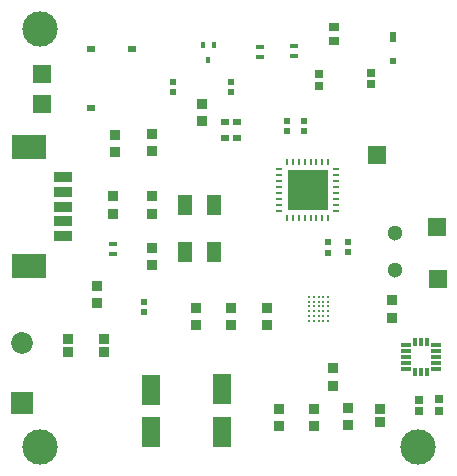
<source format=gbr>
%TF.GenerationSoftware,Altium Limited,Altium Designer,21.2.0 (30)*%
G04 Layer_Color=255*
%FSLAX45Y45*%
%MOMM*%
%TF.SameCoordinates,6E67B6D2-48A1-4C3A-8D5B-8FB38F647B41*%
%TF.FilePolarity,Positive*%
%TF.FileFunction,Pads,Top*%
%TF.Part,Single*%
G01*
G75*
%TA.AperFunction,SMDPad,CuDef*%
%ADD11O,0.60000X0.25000*%
%ADD12O,0.25000X0.60000*%
%ADD13R,3.45000X3.45000*%
%ADD14R,0.90000X0.75000*%
%ADD15R,0.72000X0.76000*%
%ADD16R,0.65000X0.35000*%
%ADD17R,0.55000X0.60000*%
%ADD18R,0.70000X0.60000*%
%ADD19R,0.35600X0.50800*%
%ADD20R,0.91213X0.95814*%
%ADD21R,1.20000X1.80000*%
%TA.AperFunction,BGAPad,CuDef*%
%ADD22C,0.23000*%
%TA.AperFunction,SMDPad,CuDef*%
%ADD23R,0.85822X0.90606*%
%TA.AperFunction,ConnectorPad*%
%ADD24R,0.92500X0.30000*%
%ADD25R,0.30000X0.80000*%
%TA.AperFunction,SMDPad,CuDef*%
%ADD26R,1.60000X2.60000*%
%ADD27R,0.50000X0.50000*%
%TA.AperFunction,ConnectorPad*%
%ADD28R,0.50000X0.90000*%
%TA.AperFunction,SMDPad,CuDef*%
%ADD29R,0.70000X0.50000*%
%ADD30R,1.50000X1.50000*%
%TA.AperFunction,ConnectorPad*%
%ADD31R,1.60000X0.81000*%
%ADD32R,3.00000X2.10000*%
%TA.AperFunction,ComponentPad*%
%ADD43R,1.50000X1.50000*%
%ADD44C,1.30000*%
%TA.AperFunction,ViaPad*%
%ADD45C,3.00000*%
%TA.AperFunction,ComponentPad*%
%ADD46C,1.85000*%
%ADD47R,1.85000X1.85000*%
D11*
X2905320Y2580055D02*
D03*
Y2530055D02*
D03*
Y2480055D02*
D03*
Y2430055D02*
D03*
Y2380055D02*
D03*
Y2330056D02*
D03*
Y2280056D02*
D03*
Y2230056D02*
D03*
X2425321D02*
D03*
Y2280056D02*
D03*
Y2330056D02*
D03*
Y2380055D02*
D03*
Y2430055D02*
D03*
Y2480055D02*
D03*
Y2530055D02*
D03*
Y2580055D02*
D03*
D12*
X2840320Y2165056D02*
D03*
X2790320D02*
D03*
X2740320D02*
D03*
X2690321D02*
D03*
X2640321D02*
D03*
X2590321D02*
D03*
X2540321D02*
D03*
X2490321D02*
D03*
Y2645055D02*
D03*
X2540321D02*
D03*
X2590321D02*
D03*
X2640321D02*
D03*
X2690321D02*
D03*
X2740320D02*
D03*
X2790320D02*
D03*
X2840320D02*
D03*
D13*
X2665321Y2405055D02*
D03*
D14*
X2890610Y3665385D02*
D03*
Y3785385D02*
D03*
D15*
X2762500Y3384000D02*
D03*
Y3286000D02*
D03*
X3605000Y533500D02*
D03*
Y631500D02*
D03*
X3777500Y536000D02*
D03*
Y634000D02*
D03*
X3200000Y3399000D02*
D03*
Y3301000D02*
D03*
D16*
X2262960Y3617247D02*
D03*
Y3532247D02*
D03*
X2546236Y3536880D02*
D03*
Y3621880D02*
D03*
X1019378Y1865623D02*
D03*
Y1950623D02*
D03*
D17*
X2014862Y3320927D02*
D03*
Y3235927D02*
D03*
X2635000Y2987500D02*
D03*
Y2902500D02*
D03*
X2490000D02*
D03*
Y2987500D02*
D03*
X1524221Y3321769D02*
D03*
Y3236769D02*
D03*
X1277083Y1368803D02*
D03*
Y1453803D02*
D03*
X2840000Y1960923D02*
D03*
Y1875923D02*
D03*
X3010000Y1963423D02*
D03*
Y1878423D02*
D03*
D18*
X1967500Y2842500D02*
D03*
Y2982500D02*
D03*
X2067500Y2842500D02*
D03*
Y2982500D02*
D03*
D19*
X1826022Y3502559D02*
D03*
X1776022Y3632059D02*
D03*
X1876022D02*
D03*
D20*
X1767500Y3132699D02*
D03*
Y2987301D02*
D03*
X1345000Y2732101D02*
D03*
Y2877500D02*
D03*
X1030748Y2874268D02*
D03*
Y2728869D02*
D03*
X1348515Y2205354D02*
D03*
Y2350753D02*
D03*
X1021232Y2206016D02*
D03*
Y2351415D02*
D03*
X1350454Y1915347D02*
D03*
Y1769949D02*
D03*
X880000Y1590199D02*
D03*
Y1444801D02*
D03*
X1720000Y1264801D02*
D03*
Y1410199D02*
D03*
X2015000Y1259801D02*
D03*
Y1405199D02*
D03*
X2317500Y1262101D02*
D03*
Y1407500D02*
D03*
X3380000Y1470199D02*
D03*
Y1324801D02*
D03*
X2880000Y748939D02*
D03*
Y894338D02*
D03*
X3005000Y557699D02*
D03*
Y412301D02*
D03*
X2717500Y552699D02*
D03*
Y407301D02*
D03*
X2425000Y550199D02*
D03*
Y404801D02*
D03*
D21*
X1870000Y1877500D02*
D03*
Y2277500D02*
D03*
X1630000D02*
D03*
Y1877500D02*
D03*
D22*
X2839022Y1339909D02*
D03*
Y1379909D02*
D03*
Y1419909D02*
D03*
X2799022Y1299909D02*
D03*
Y1339909D02*
D03*
Y1379909D02*
D03*
Y1419909D02*
D03*
X2759022Y1299909D02*
D03*
Y1339909D02*
D03*
Y1379909D02*
D03*
Y1419909D02*
D03*
X2719022Y1299909D02*
D03*
Y1339909D02*
D03*
Y1379909D02*
D03*
Y1419909D02*
D03*
X2679022Y1299909D02*
D03*
Y1339909D02*
D03*
Y1379909D02*
D03*
Y1419909D02*
D03*
X2839022Y1459909D02*
D03*
X2799022D02*
D03*
X2759022D02*
D03*
X2719022D02*
D03*
X2679022D02*
D03*
X2839022Y1499909D02*
D03*
X2799022D02*
D03*
X2759022D02*
D03*
X2719022D02*
D03*
X2679022D02*
D03*
X2839022Y1299909D02*
D03*
D23*
X635000Y1147608D02*
D03*
Y1032392D02*
D03*
X942500Y1147608D02*
D03*
Y1032392D02*
D03*
X3275000Y555108D02*
D03*
Y439892D02*
D03*
D24*
X3495711Y890542D02*
D03*
Y1090542D02*
D03*
Y1040542D02*
D03*
Y940542D02*
D03*
Y990542D02*
D03*
X3753261Y890542D02*
D03*
Y1090542D02*
D03*
Y1040542D02*
D03*
Y940542D02*
D03*
Y990542D02*
D03*
D25*
X3574511Y1118042D02*
D03*
X3624511D02*
D03*
X3674511D02*
D03*
X3574511Y863042D02*
D03*
X3624511D02*
D03*
X3674511D02*
D03*
D26*
X1336506Y355734D02*
D03*
Y715733D02*
D03*
X1936652Y718787D02*
D03*
Y358788D02*
D03*
D27*
X3392602Y3493893D02*
D03*
D28*
Y3703894D02*
D03*
D29*
X1182500Y3600000D02*
D03*
X832500Y3100000D02*
D03*
Y3600000D02*
D03*
D30*
X415237Y3386105D02*
D03*
Y3136105D02*
D03*
D31*
X594291Y2013938D02*
D03*
Y2138938D02*
D03*
Y2388938D02*
D03*
Y2513938D02*
D03*
Y2263938D02*
D03*
D32*
X304291Y2768938D02*
D03*
Y1758938D02*
D03*
D43*
X3250000Y2700000D02*
D03*
X3760804Y2091631D02*
D03*
X3765607Y1655607D02*
D03*
D44*
X3407500Y2040000D02*
D03*
Y1730000D02*
D03*
D45*
X3600000Y230000D02*
D03*
X400000Y3770000D02*
D03*
Y230000D02*
D03*
D46*
X245851Y1107585D02*
D03*
D47*
Y599585D02*
D03*
%TF.MD5,9d5da38a9401ee8b775bcbcf42b8bf2c*%
M02*

</source>
